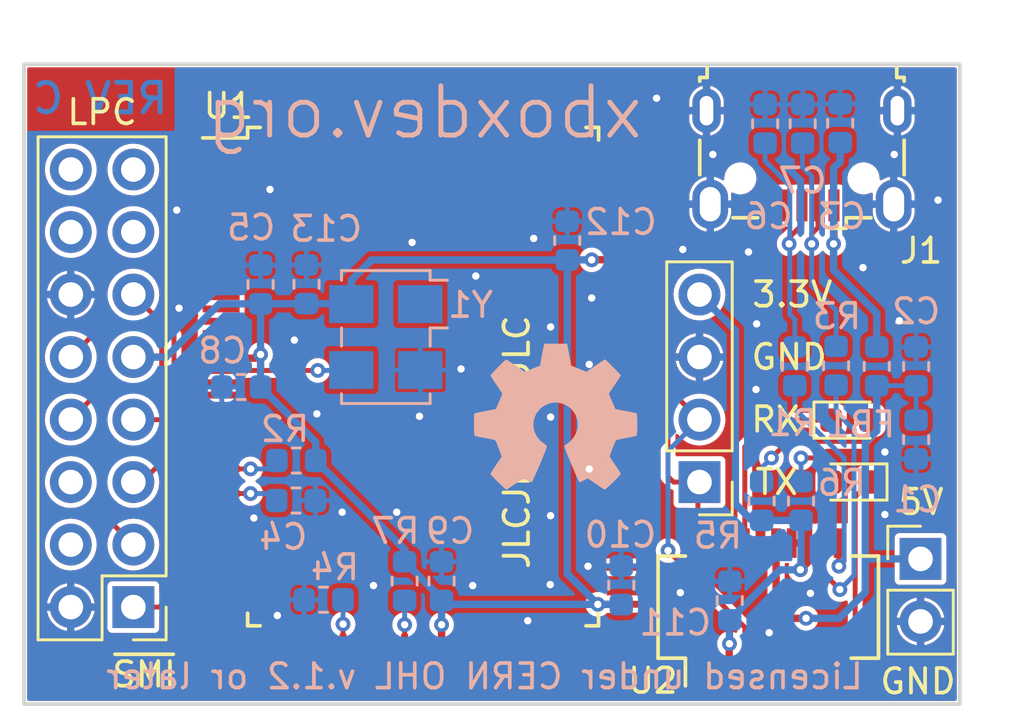
<source format=kicad_pcb>
(kicad_pcb (version 20211014) (generator pcbnew)
  (title_block (title "Original Xbox Serial USB Adapter") (date "2019-03-27") (rev "B") (company "XboxDev") (comment 2 "Copyright Mike Davis 2019") (comment 3 "Licensed under CERN OHL v.1.2 or later") (comment 4 "https://github.com/xboxdev/serial-usb-adapter"))
  (layers (0 "F.Cu" signal) (31 "B.Cu" signal) (34 "B.Paste" user) (35 "F.Paste" user) (36 "B.SilkS" user "B.Silkscreen") (37 "F.SilkS" user "F.Silkscreen") (38 "B.Mask" user) (39 "F.Mask" user) (44 "Edge.Cuts" user))
  (net 0 "")
  (net 1 "VBUS")
  (net 2 "Net-(C3-Pad1)")
  (net 3 "VSS")
  (net 4 "Net-(C4-Pad1)")
  (net 5 "VCC")
  (net 6 "Net-(C6-Pad1)")
  (net 7 "Net-(C7-Pad1)")
  (net 8 "+3V3")
  (net 9 "Net-(D1-Pad1)")
  (net 10 "Net-(D1-Pad2)")
  (net 11 "Net-(D2-Pad2)")
  (net 12 "Net-(D2-Pad1)")
  (net 13 "Net-(J2-Pad1)")
  (net 14 "Net-(J2-Pad2)")
  (net 15 "Net-(JP1-Pad3)")
  (net 16 "Net-(JP1-Pad5)")
  (net 17 "Net-(JP1-Pad7)")
  (net 18 "Net-(JP1-Pad8)")
  (net 19 "Net-(JP1-Pad10)")
  (net 20 "Net-(JP1-Pad11)")
  (net 21 "Net-(R1-Pad1)")
  (net 22 "Net-(R2-Pad1)")
  (net 23 "Net-(R3-Pad2)")
  (net 24 "Net-(R4-Pad1)")
  (net 25 "Net-(U1-Pad19)")
  (net 28 "SMI")
  (footprint "Package_SO:SSOP-20_3.9x8.7mm_P0.635mm" (layer "F.Cu") (at 123.02744 129.51714 90)
    (fp_text reference "U2")
    (fp_text value "FT231XS")
  )
  (footprint "Connector_PinHeader_2.54mm:PinHeader_1x04_P2.54mm_Vertical" (layer "F.Cu") (at 120.23344 124.43714 180)
    (fp_text reference "J2" hide)
    (fp_text value "UART Header")
  )
  (footprint "LED_SMD:LED_0603_1608Metric" (layer "F.Cu") (at 126.3649 124.4346 180)
    (fp_text reference "D1" hide)
    (fp_text value "Green")
  )
  (footprint "Package_QFP:LQFP-128_14x20mm_P0.5mm" (layer "F.Cu") (at 109.011441 120.152141)
    (fp_text reference "U1")
    (fp_text value "LPC47M192")
  )
  (footprint "LED_SMD:LED_0603_1608Metric" (layer "F.Cu") (at 126.3651 121.92)
    (fp_text reference "D2" hide)
    (fp_text value "Blue")
  )
  (footprint "Connector_PinHeader_2.54mm:PinHeader_2x08_P2.54mm_Vertical" (layer "F.Cu") (at 97.24644 129.51714 180)
    (fp_text reference "JP1")
    (fp_text value "LPC")
  )
  (footprint "Connector_USB:USB_Micro-B_Wuerth_629105150521" (layer "F.Cu") (at 124.395 111.297 180)
    (fp_text reference "J1")
    (fp_text value "USB_B_Micro")
  )
  (footprint "SMD1,27-2,54" (layer "F.Cu") (at 94.7 132.2)
    (fp_text reference "~{SMI}")
    (fp_text value "")
  )
  (footprint "Connector_PinHeader_2.54mm:PinHeader_1x02_P2.54mm_Vertical" (layer "F.Cu") (at 129.2098 127.5588)
    (fp_text reference "J3" hide)
    (fp_text value "USB Power")
  )
  (footprint "Symbol:OSHW-Symbol_6.7x6mm_SilkScreen" (layer "B.Cu") (at 114.4016 121.793 180)
    (fp_text reference "OSHW Logo" hide)
    (fp_text value "OSHW-Symbol_6.7x6mm_SilkScreen" hide)
  )
  (footprint "Capacitor_SMD:C_0603_1608Metric" (layer "B.Cu") (at 101.6253 120.5738 180)
    (fp_text reference "C8")
    (fp_text value "10nF")
  )
  (footprint "Oscillator:Oscillator_SMD_TXC_7C-4Pin_5.0x3.2mm_HandSoldering" (layer "B.Cu") (at 107.49788 118.54434 -90)
    (fp_text reference "Y1")
    (fp_text value "SG5032CAN 14.318MHz")
  )
  (footprint "Capacitor_SMD:C_0603_1608Metric" (layer "B.Cu") (at 114.86388 114.62258 90)
    (fp_text reference "C12")
    (fp_text value "10nF")
  )
  (footprint "Resistor_SMD:R_0603_1608Metric" (layer "B.Cu") (at 122.75644 125.20714 90)
    (fp_text reference "R5")
    (fp_text value "470R")
  )
  (footprint "Resistor_SMD:R_0603_1608Metric" (layer "B.Cu") (at 125.7808 119.7103 -90)
    (fp_text reference "R3")
    (fp_text value "27R")
  )
  (footprint "Resistor_SMD:R_0603_1608Metric" (layer "B.Cu") (at 104.97312 129.21742 180)
    (fp_text reference "R4")
    (fp_text value "10k")
  )
  (footprint "Capacitor_SMD:C_0603_1608Metric" (layer "B.Cu") (at 129.032 119.73814 90)
    (fp_text reference "C2")
    (fp_text value "100nF")
  )
  (footprint "Capacitor_SMD:C_0603_1608Metric" (layer "B.Cu") (at 102.4128 116.4083 -90)
    (fp_text reference "C5")
    (fp_text value "10uF")
  )
  (footprint "Capacitor_SMD:C_0603_1608Metric" (layer "B.Cu") (at 109.761441 128.4605 90)
    (fp_text reference "C9")
    (fp_text value "10nF")
  )
  (footprint "Resistor_SMD:R_0603_1608Metric" (layer "B.Cu") (at 124.35644 125.20714 90)
    (fp_text reference "R6")
    (fp_text value "1.2k")
  )
  (footprint "Capacitor_SMD:C_0603_1608Metric" (layer "B.Cu") (at 121.4628 129.2479 90)
    (fp_text reference "C11")
    (fp_text value "100nF")
  )
  (footprint "Capacitor_SMD:C_0603_1608Metric" (layer "B.Cu") (at 103.85044 125.18644)
    (fp_text reference "C4")
    (fp_text value "47pF")
  )
  (footprint "Capacitor_SMD:C_0603_1608Metric" (layer "B.Cu") (at 129.032 122.7075 -90)
    (fp_text reference "C1")
    (fp_text value "4u7")
  )
  (footprint "Capacitor_SMD:C_0603_1608Metric" (layer "B.Cu") (at 122.90044 109.8805 90)
    (fp_text reference "C6")
    (fp_text value "47pF")
  )
  (footprint "Capacitor_SMD:C_0603_1608Metric" (layer "B.Cu") (at 104.27716 116.40058 -90)
    (fp_text reference "C13")
    (fp_text value "10nF")
  )
  (footprint "Inductor_SMD:L_0603_1608Metric" (layer "B.Cu") (at 127.4318 119.7357 -90)
    (fp_text reference "FB1")
    (fp_text value "33ohm")
  )
  (footprint "Resistor_SMD:R_0603_1608Metric" (layer "B.Cu") (at 103.86314 123.56084)
    (fp_text reference "R2")
    (fp_text value "10k")
  )
  (footprint "Capacitor_SMD:C_0603_1608Metric" (layer "B.Cu") (at 125.94844 109.855 90)
    (fp_text reference "C3")
    (fp_text value "10nF")
  )
  (footprint "Resistor_SMD:R_0603_1608Metric" (layer "B.Cu") (at 124.1044 119.7357 90)
    (fp_text reference "R1")
    (fp_text value "27R")
  )
  (footprint "Capacitor_SMD:C_0603_1608Metric" (layer "B.Cu") (at 124.42444 109.8805 90)
    (fp_text reference "C7")
    (fp_text value "47pF")
  )
  (footprint "Capacitor_SMD:C_0603_1608Metric" (layer "B.Cu") (at 117.05844 128.62814 90)
    (fp_text reference "C10")
    (fp_text value "10nF")
  )
  (footprint "Resistor_SMD:R_0603_1608Metric" (layer "B.Cu") (at 108.261441 128.4605 90)
    (fp_text reference "R7")
    (fp_text value "1k")
  )
  (gr_line (start 92.80644 133.45714) (end 92.80644 107.45714) (layer "Edge.Cuts") (width 0.15))
  (gr_line (start 130.80644 107.45714) (end 130.80644 133.45714) (layer "Edge.Cuts") (width 0.15))
  (gr_line (start 130.80644 133.45714) (end 92.80644 133.45714) (layer "Edge.Cuts") (width 0.15))
  (gr_line (start 92.80644 107.45714) (end 130.80644 107.45714) (layer "Edge.Cuts") (width 0.15))
  (gr_text "REV C" (at 95.90278 108.84662) (layer "B.Cu") (effects (font (size 1.2 1.2) (thickness 0.2)) (justify mirror)))
  (gr_text "Licensed under CERN OHL v.1.2 or later" (at 111.506 132.334) (layer "B.SilkS") (effects (font (size 1 1)) (justify mirror)))
  (gr_text "xboxdev.org" (at 109.0676 109.4232) (layer "B.SilkS") (effects (font (size 2 2) (thickness 0.2)) (justify mirror)))
  (gr_text "GND" (at 123.8758 119.35714) (layer "F.SilkS") (effects (font (size 1 1))))
  (gr_text "TX" (at 123.3678 124.43714) (layer "F.SilkS") (effects (font (size 1 1))))
  (gr_text "JLCJLCJLCJLC" (at 112.81664 122.81154 90) (layer "F.SilkS") (effects (font (size 1 1) (thickness 0.153))))
  (gr_text "RX" (at 123.317 121.89714) (layer "F.SilkS") (effects (font (size 1 1))))
  (gr_text "GND" (at 129.1082 132.5372) (layer "F.SilkS") (effects (font (size 1 1))))
  (gr_text "3.3V" (at 124.0028 116.81714) (layer "F.SilkS") (effects (font (size 1 1))))
  (gr_text "5V" (at 129.2352 125.2494) (layer "F.SilkS") (effects (font (size 1 1))))
  (segment (start 123.34494 129.44094) (end 123.34494 126.91714) (width 0.3) (layer "F.Cu") (net 1))
  (segment (start 124.5616 129.9718) (end 123.8758 129.9718) (width 0.3) (layer "F.Cu") (net 1))
  (segment (start 123.8758 129.9718) (end 123.34494 129.44094) (width 0.3) (layer "F.Cu") (net 1))
  (via (at 124.5616 129.9718) (size 0.6) (drill 0.3) (layers "F.Cu" "B.Cu") (net 1))
  (segment (start 129.02956 120.5232) (end 129.032 120.52564) (width 0.2) (layer "B.Cu") (net 1))
  (segment (start 126.96698 127.55118) (end 126.96698 122.81662) (width 0.3) (layer "B.Cu") (net 1))
  (segment (start 126.96698 128.91262) (end 126.96698 127.55118) (width 0.3) (layer "B.Cu") (net 1))
  (segment (start 127.4318 122.3518) (end 127.4318 120.5232) (width 0.3) (layer "B.Cu") (net 1))
  (segment (start 125.9078 129.9718) (end 126.96698 128.91262) (width 0.3) (layer "B.Cu") (net 1))
  (segment (start 129.032 121.92) (end 129.032 120.52564) (width 0.2) (layer "B.Cu") (net 1))
  (segment (start 126.9746 127.5588) (end 126.96698 127.55118) (width 0.2) (layer "B.Cu") (net 1))
  (segment (start 127.4318 120.5232) (end 129.02956 120.5232) (width 0.2) (layer "B.Cu") (net 1))
  (segment (start 129.2098 127.5588) (end 126.9746 127.5588) (width 0.3) (layer "B.Cu") (net 1))
  (segment (start 126.96698 122.81662) (end 127.4318 122.3518) (width 0.3) (layer "B.Cu") (net 1))
  (segment (start 124.5616 129.9718) (end 125.9078 129.9718) (width 0.3) (layer "B.Cu") (net 1))
  (segment (start 125.695 113.197) (end 125.695 114.7414) (width 0.3) (layer "F.Cu") (net 2))
  (segment (start 125.695 114.7414) (end 125.6792 114.7572) (width 0.3) (layer "F.Cu") (net 2))
  (via (at 125.6792 114.7572) (size 0.6) (drill 0.3) (layers "F.Cu" "B.Cu") (net 2))
  (segment (start 125.94844 110.6425) (end 125.94844 111.41456) (width 0.3) (layer "B.Cu") (net 2))
  (segment (start 127.4318 117.5766) (end 127.4318 118.9482) (width 0.3) (layer "B.Cu") (net 2))
  (segment (start 125.6792 111.6838) (end 125.6792 115.824) (width 0.3) (layer "B.Cu") (net 2))
  (segment (start 125.94844 111.41456) (end 125.6792 111.6838) (width 0.3) (layer "B.Cu") (net 2))
  (segment (start 125.6792 115.824) (end 127.4318 117.5766) (width 0.3) (layer "B.Cu") (net 2))
  (via (at 110.55096 119.83974) (size 0.6) (drill 0.3) (layers "F.Cu" "B.Cu") (net 3))
  (via (at 123.063 130.556) (size 0.6) (drill 0.3) (layers "F.Cu" "B.Cu") (net 3))
  (via (at 128.143 111.125) (size 0.6) (drill 0.3) (layers "F.Cu" "B.Cu") (net 3))
  (via (at 113.26114 130.07086) (size 0.6) (drill 0.3) (layers "F.Cu" "B.Cu") (net 3))
  (via (at 119.4562 128.9304) (size 0.6) (drill 0.3) (layers "F.Cu" "B.Cu") (net 3))
  (via (at 111.1504 116.0653) (size 0.6) (drill 0.3) (layers "F.Cu" "B.Cu") (net 3))
  (via (at 107.93984 125.66142) (size 0.6) (drill 0.3) (layers "F.Cu" "B.Cu") (net 3))
  (via (at 104.6988 121.666) (size 0.6) (drill 0.3) (layers "F.Cu" "B.Cu") (net 3))
  (via (at 102.14102 125.89764) (size 0.6) (drill 0.3) (layers "F.Cu" "B.Cu") (net 3))
  (via (at 115.75644 119.65714) (size 0.6) (drill 0.3) (layers "F.Cu" "B.Cu") (net 3))
  (via (at 108.8644 121.76506) (size 0.6) (drill 0.3) (layers "F.Cu" "B.Cu") (net 3))
  (via (at 111.02594 128.64338) (size 0.6) (drill 0.3) (layers "F.Cu" "B.Cu") (net 3))
  (via (at 108.56468 114.69878) (size 0.6) (drill 0.3) (layers "F.Cu" "B.Cu") (net 3))
  (via (at 99.0092 113.3856) (size 0.6) (drill 0.3) (layers "F.Cu" "B.Cu") (net 3))
  (via (at 128.3462 117.8814) (size 0.6) (drill 0.3) (layers "F.Cu" "B.Cu") (net 3))
  (via (at 102.7938 112.5474) (size 0.6) (drill 0.3) (layers "F.Cu" "B.Cu") (net 3))
  (via (at 118.491 108.839) (size 0.6) (drill 0.3) (layers "F.Cu" "B.Cu") (net 3))
  (via (at 113.50244 114.53622) (size 0.6) (drill 0.3) (layers "F.Cu" "B.Cu") (net 3))
  (via (at 103.09352 129.8575) (size 0.6) (drill 0.3) (layers "F.Cu" "B.Cu") (net 3))
  (via (at 122.555 118.0084) (size 0.6) (drill 0.3) (layers "F.Cu" "B.Cu") (net 3))
  (via (at 119.5578 114.9858) (size 0.6) (drill 0.3) (layers "F.Cu" "B.Cu") (net 3))
  (via (at 129.921 112.9792) (size 0.6) (drill 0.3) (layers "F.Cu" "B.Cu") (net 3))
  (via (at 103.7844 118.6688) (size 0.6) (drill 0.3) (layers "F.Cu" "B.Cu") (net 3))
  (via (at 99.10064 117.37086) (size 0.6) (drill 0.3) (layers "F.Cu" "B.Cu") (net 3))
  (via (at 114.18824 118.13286) (size 0.6) (drill 0.3) (layers "F.Cu" "B.Cu") (net 3))
  (via (at 114.18824 121.79554) (size 0.6) (drill 0.3) (layers "F.Cu" "B.Cu") (net 3))
  (via (at 114.18824 125.80366) (size 0.6) (drill 0.3) (layers "F.Cu" "B.Cu") (net 3))
  (via (at 114.173 128.60274) (size 0.6) (drill 0.3) (layers "F.Cu" "B.Cu") (net 3))
  (via (at 106.9975 128.64338) (size 0.6) (drill 0.3) (layers "F.Cu" "B.Cu") (net 3))
  (via (at 120.777 111.125) (size 0.6) (drill 0.3) (layers "F.Cu" "B.Cu") (net 3))
  (via (at 126.873 115.7224) (size 0.6) (drill 0.3) (layers "F.Cu" "B.Cu") (net 3))
  (via (at 122.2248 115.0874) (size 0.6) (drill 0.3) (layers "F.Cu" "B.Cu") (net 3))
  (via (at 105.72496 125.66142) (size 0.6) (drill 0.3) (layers "F.Cu" "B.Cu") (net 3))
  (via (at 115.85644 116.95714) (size 0.6) (drill 0.3) (layers "F.Cu" "B.Cu") (net 3))
  (via (at 115.75644 123.90714) (size 0.6) (drill 0.3) (layers "F.Cu" "B.Cu") (net 3))
  (via (at 115.70644 127.85714) (size 0.6) (drill 0.3) (layers "F.Cu" "B.Cu") (net 3))
  (via (at 127.762 123.2154) (size 0.6) (drill 0.3) (layers "F.Cu" "B.Cu") (net 3))
  (via (at 124.7394 128.9558) (size 0.6) (drill 0.3) (layers "F.Cu" "B.Cu") (net 3))
  (via (at 122.5296 120.6754) (size 0.6) (drill 0.3) (layers "F.Cu" "B.Cu") (net 3))
  (via (at 127.762 125.7554) (size 0.6) (drill 0.3) (layers "F.Cu" "B.Cu") (net 3))
  (segment (start 99.194439 124.902141) (end 98.88728 125.2093) (width 0.2) (layer "F.Cu") (net 4))
  (segment (start 100.811441 124.902141) (end 99.194439 124.902141) (width 0.2) (layer "F.Cu") (net 4))
  (segment (start 98.88728 128.9263) (end 98.29644 129.51714) (width 0.2) (layer "F.Cu") (net 4))
  (segment (start 98.29644 129.51714) (end 97.24644 129.51714) (width 0.2) (layer "F.Cu") (net 4))
  (segment (start 100.811441 124.902141) (end 102.006438 124.902141) (width 0.2) (layer "F.Cu") (net 4))
  (segment (start 98.88728 125.2093) (end 98.88728 128.9263) (width 0.2) (layer "F.Cu") (net 4))
  (via (at 102.006438 124.902141) (size 0.6) (drill 0.3) (layers "F.Cu" "B.Cu") (net 4))
  (segment (start 102.006438 124.902141) (end 102.778641 124.902141) (width 0.2) (layer "B.Cu") (net 4))
  (segment (start 102.778641 124.902141) (end 103.06294 125.18644) (width 0.2) (layer "B.Cu") (net 4))
  (segment (start 116.111439 129.402141) (end 116.10644 129.40714) (width 0.3) (layer "F.Cu") (net 5))
  (segment (start 117.211441 129.402141) (end 116.111439 129.402141) (width 0.3) (layer "F.Cu") (net 5))
  (segment (start 117.211441 115.402141) (end 115.861441 115.402141) (width 0.3) (layer "F.Cu") (net 5))
  (segment (start 115.861441 115.402141) (end 115.856442 115.40714) (width 0.3) (layer "F.Cu") (net 5))
  (segment (start 102.4128 119.253) (end 102.263659 119.402141) (width 0.3) (layer "F.Cu") (net 5))
  (segment (start 109.761441 130.232891) (end 109.761441 131.352141) (width 0.3) (layer "F.Cu") (net 5))
  (segment (start 102.263659 119.402141) (end 100.811441 119.402141) (width 0.3) (layer "F.Cu") (net 5))
  (via (at 102.4128 119.253) (size 0.6) (drill 0.3) (layers "F.Cu" "B.Cu") (net 5))
  (via (at 116.10644 129.40714) (size 0.6) (drill 0.3) (layers "F.Cu" "B.Cu") (net 5))
  (via (at 109.761441 130.232891) (size 0.6) (drill 0.3) (layers "F.Cu" "B.Cu") (net 5))
  (via (at 115.856442 115.40714) (size 0.6) (drill 0.3) (layers "F.Cu" "B.Cu") (net 5))
  (segment (start 104.27716 117.18808) (end 106.08162 117.18808) (width 0.3) (layer "B.Cu") (net 5))
  (segment (start 106.08162 117.18808) (end 106.09788 117.20434) (width 0.3) (layer "B.Cu") (net 5))
  (segment (start 106.09788 117.20434) (end 106.09788 116.23434) (width 0.3) (layer "B.Cu") (net 5))
  (segment (start 115.868942 115.39464) (end 115.856442 115.40714) (width 0.3) (layer "B.Cu") (net 5))
  (segment (start 106.09788 116.23434) (end 106.92214 115.41008) (width 0.3) (layer "B.Cu") (net 5))
  (segment (start 106.92214 115.41008) (end 114.28888 115.41008) (width 0.3) (layer "B.Cu") (net 5))
  (segment (start 114.28888 115.41008) (end 114.86388 115.41008) (width 0.3) (layer "B.Cu") (net 5))
  (segment (start 115.856442 115.40714) (end 114.86682 115.40714) (width 0.3) (layer "B.Cu") (net 5))
  (segment (start 114.86682 115.40714) (end 114.86388 115.41008) (width 0.3) (layer "B.Cu") (net 5))
  (segment (start 114.86388 115.41008) (end 114.86388 128.16458) (width 0.3) (layer "B.Cu") (net 5))
  (segment (start 114.86388 128.16458) (end 116.10644 129.40714) (width 0.3) (layer "B.Cu") (net 5))
  (segment (start 109.761441 129.248) (end 109.761441 130.232891) (width 0.3) (layer "B.Cu") (net 5))
  (segment (start 98.57486 119.35714) (end 100.7364 117.1956) (width 0.3) (layer "B.Cu") (net 5))
  (segment (start 104.26964 117.1956) (end 104.27716 117.18808) (width 0.2) (layer "B.Cu") (net 5))
  (segment (start 117.04994 129.40714) (end 117.05844 129.41564) (width 0.3) (layer "B.Cu") (net 5))
  (segment (start 109.761441 129.173) (end 108.261441 127.673) (width 0.3) (layer "B.Cu") (net 5))
  (segment (start 116.10644 129.40714) (end 109.920581 129.40714) (width 0.3) (layer "B.Cu") (net 5))
  (segment (start 104.65064 123.56084) (end 108.261441 127.171641) (width 0.3) (layer "B.Cu") (net 5))
  (segment (start 102.363669 119.302131) (end 102.4128 119.253) (width 0.3) (layer "B.Cu") (net 5))
  (segment (start 108.261441 127.171641) (end 108.261441 127.673) (width 0.3) (layer "B.Cu") (net 5))
  (segment (start 109.761441 129.248) (end 109.761441 129.173) (width 0.3) (layer "B.Cu") (net 5))
  (segment (start 102.4128 120.5738) (end 104.65064 122.81164) (width 0.3) (layer "B.Cu") (net 5))
  (segment (start 116.10644 129.40714) (end 117.04994 129.40714) (width 0.3) (layer "B.Cu") (net 5))
  (segment (start 104.65064 122.81164) (end 104.65064 123.56084) (width 0.3) (layer "B.Cu") (net 5))
  (segment (start 100.7364 117.1956) (end 104.26964 117.1956) (width 0.3) (layer "B.Cu") (net 5))
  (segment (start 102.4128 117.1958) (end 102.4128 120.5738) (width 0.3) (layer "B.Cu") (net 5))
  (segment (start 97.24644 119.35714) (end 98.57486 119.35714) (width 0.3) (layer "B.Cu") (net 5))
  (segment (start 109.920581 129.40714) (end 109.761441 129.248) (width 0.3) (layer "B.Cu") (net 5))
  (segment (start 123.8758 114.5032) (end 124.395 113.984) (width 0.2) (layer "F.Cu") (net 6))
  (segment (start 124.395 113.984) (end 124.395 113.197) (width 0.2) (layer "F.Cu") (net 6))
  (segment (start 123.8758 114.7572) (end 123.8758 114.5032) (width 0.2) (layer "F.Cu") (net 6))
  (via (at 123.8758 114.7572) (size 0.6) (drill 0.3) (layers "F.Cu" "B.Cu") (net 6))
  (segment (start 124.1044 117.8306) (end 124.1044 118.9482) (width 0.2) (layer "B.Cu") (net 6))
  (segment (start 122.90044 111.39424) (end 123.9012 112.395) (width 0.2) (layer "B.Cu") (net 6))
  (segment (start 123.9012 117.6274) (end 124.1044 117.8306) (width 0.2) (layer "B.Cu") (net 6))
  (segment (start 123.9012 112.395) (end 123.9012 117.6274) (width 0.2) (layer "B.Cu") (net 6))
  (segment (start 122.90044 110.668) (end 122.90044 111.39424) (width 0.2) (layer "B.Cu") (net 6))
  (segment (start 124.7902 114.3508) (end 125.045 114.096) (width 0.2) (layer "F.Cu") (net 7))
  (segment (start 125.045 114.096) (end 125.045 113.197) (width 0.2) (layer "F.Cu") (net 7))
  (segment (start 124.7902 114.7572) (end 124.7902 114.3508) (width 0.2) (layer "F.Cu") (net 7))
  (via (at 124.7902 114.7572) (size 0.6) (drill 0.3) (layers "F.Cu" "B.Cu") (net 7))
  (segment (start 124.7902 112.014) (end 124.7902 116.459) (width 0.2) (layer "B.Cu") (net 7))
  (segment (start 124.7902 116.459) (end 125.7808 117.4496) (width 0.2) (layer "B.Cu") (net 7))
  (segment (start 124.42444 110.668) (end 124.4092 110.68324) (width 0.2) (layer "B.Cu") (net 7))
  (segment (start 124.4092 110.68324) (end 124.4092 111.633) (width 0.2) (layer "B.Cu") (net 7))
  (segment (start 125.7808 117.4496) (end 125.7808 118.9228) (width 0.2) (layer "B.Cu") (net 7))
  (segment (start 124.4092 111.633) (end 124.7902 112.014) (width 0.2) (layer "B.Cu") (net 7))
  (segment (start 121.43994 132.11714) (end 121.43994 131.01828) (width 0.3) (layer "F.Cu") (net 8))
  (segment (start 121.43994 131.01828) (end 121.45264 131.00558) (width 0.3) (layer "F.Cu") (net 8))
  (segment (start 124.61494 127.71714) (end 124.333938 127.998142) (width 0.3) (layer "F.Cu") (net 8))
  (segment (start 124.333938 127.998142) (end 124.331785 127.998142) (width 0.3) (layer "F.Cu") (net 8))
  (segment (start 124.61494 126.91714) (end 124.61494 127.71714) (width 0.3) (layer "F.Cu") (net 8))
  (segment (start 121.45644 132.10064) (end 121.43994 132.11714) (width 0.3) (layer "F.Cu") (net 8))
  (segment (start 123.97994 126.91714) (end 124.61494 126.91714) (width 0.3) (layer "F.Cu") (net 8))
  (via (at 124.331785 127.998142) (size 0.6) (drill 0.3) (layers "F.Cu" "B.Cu") (net 8))
  (via (at 121.45264 131.00558) (size 0.6) (drill 0.3) (layers "F.Cu" "B.Cu") (net 8))
  (segment (start 124.35644 127.973487) (end 124.331785 127.998142) (width 0.3) (layer "B.Cu") (net 8))
  (segment (start 124.331785 128.031795) (end 124.331785 127.998142) (width 0.3) (layer "B.Cu") (net 8))
  (segment (start 124.35644 125.99464) (end 124.35644 127.973487) (width 0.3) (layer "B.Cu") (net 8))
  (segment (start 124.35644 125.99464) (end 122.75644 125.99464) (width 0.3) (layer "B.Cu") (net 8))
  (segment (start 123.4949 128.0033) (end 124.326627 128.0033) (width 0.3) (layer "B.Cu") (net 8))
  (segment (start 124.326627 128.0033) (end 124.331785 127.998142) (width 0.3) (layer "B.Cu") (net 8))
  (segment (start 121.4628 130.0354) (end 123.4949 128.0033) (width 0.3) (layer "B.Cu") (net 8))
  (segment (start 121.45264 131.00558) (end 121.45264 130.04556) (width 0.3) (layer "B.Cu") (net 8))
  (segment (start 121.45264 130.04556) (end 121.4628 130.0354) (width 0.3) (layer "B.Cu") (net 8))
  (segment (start 122.36244 125.99464) (end 121.6914 125.3236) (width 0.3) (layer "B.Cu") (net 8))
  (segment (start 121.6914 125.3236) (end 121.6914 118.2751) (width 0.3) (layer "B.Cu") (net 8))
  (segment (start 122.75644 125.99464) (end 122.36244 125.99464) (width 0.2) (layer "B.Cu") (net 8))
  (segment (start 121.6914 118.2751) (end 120.23344 116.81714) (width 0.3) (layer "B.Cu") (net 8))
  (segment (start 126.55644 125.03056) (end 127.1524 124.4346) (width 0.2) (layer "F.Cu") (net 9))
  (segment (start 125.88494 131.31714) (end 126.55644 130.64564) (width 0.2) (layer "F.Cu") (net 9))
  (segment (start 125.88494 132.11714) (end 125.88494 131.31714) (width 0.2) (layer "F.Cu") (net 9))
  (segment (start 126.55644 130.64564) (end 126.55644 125.03056) (width 0.2) (layer "F.Cu") (net 9))
  (segment (start 125.184346 123.457146) (end 125.5774 123.8502) (width 0.2) (layer "F.Cu") (net 10))
  (segment (start 125.5774 123.8502) (end 125.5774 124.4346) (width 0.2) (layer "F.Cu") (net 10))
  (segment (start 124.35644 123.457146) (end 125.184346 123.457146) (width 0.2) (layer "F.Cu") (net 10))
  (via (at 124.35644 123.457146) (size 0.6) (drill 0.3) (layers "F.Cu" "B.Cu") (net 10))
  (segment (start 124.35644 124.41964) (end 124.35644 123.457146) (width 0.2) (layer "B.Cu") (net 10))
  (segment (start 123.19394 123.45714) (end 123.15644 123.45714) (width 0.2) (layer "F.Cu") (net 11))
  (segment (start 123.15644 123.45216) (end 123.825 122.7836) (width 0.2) (layer "F.Cu") (net 11))
  (segment (start 126.7968 122.7836) (end 127.1526 122.4278) (width 0.2) (layer "F.Cu") (net 11))
  (segment (start 123.825 122.7836) (end 126.7968 122.7836) (width 0.2) (layer "F.Cu") (net 11))
  (segment (start 123.15644 123.45714) (end 123.15644 123.45216) (width 0.2) (layer "F.Cu") (net 11))
  (segment (start 127.1526 122.4278) (end 127.1526 121.92) (width 0.2) (layer "F.Cu") (net 11))
  (via (at 123.15644 123.45714) (size 0.6) (drill 0.3) (layers "F.Cu" "B.Cu") (net 11))
  (segment (start 122.75644 123.85714) (end 122.856441 123.757139) (width 0.2) (layer "B.Cu") (net 11))
  (segment (start 122.856441 123.757139) (end 123.15644 123.45714) (width 0.2) (layer "B.Cu") (net 11))
  (segment (start 122.75644 124.41964) (end 122.75644 123.85714) (width 0.2) (layer "B.Cu") (net 11))
  (segment (start 123.15608 121.92) (end 125.5776 121.92) (width 0.2) (layer "F.Cu") (net 12))
  (segment (start 122.07494 123.00114) (end 123.15608 121.92) (width 0.2) (layer "F.Cu") (net 12))
  (segment (start 122.07494 126.91714) (end 122.07494 123.00114) (width 0.2) (layer "F.Cu") (net 12))
  (segment (start 118.161441 119.902141) (end 118.95644 120.69714) (width 0.2) (layer "F.Cu") (net 13))
  (segment (start 117.211441 119.902141) (end 118.161441 119.902141) (width 0.2) (layer "F.Cu") (net 13))
  (segment (start 118.95644 120.69714) (end 118.95644 124.21014) (width 0.2) (layer "F.Cu") (net 13))
  (segment (start 118.95644 124.21014) (end 119.18344 124.43714) (width 0.2) (layer "F.Cu") (net 13))
  (segment (start 119.18344 124.43714) (end 120.23344 124.43714) (width 0.2) (layer "F.Cu") (net 13))
  (segment (start 120.16994 126.91714) (end 120.16994 124.50064) (width 0.2) (layer "F.Cu") (net 13))
  (segment (start 120.16994 124.50064) (end 120.23344 124.43714) (width 0.2) (layer "F.Cu") (net 13))
  (segment (start 122.07494 132.11714) (end 122.07494 130.33756) (width 0.2) (layer "F.Cu") (net 14))
  (segment (start 119.258359 127.520979) (end 118.95836 127.22098) (width 0.2) (layer "F.Cu") (net 14))
  (segment (start 122.07494 130.33756) (end 119.258359 127.520979) (width 0.2) (layer "F.Cu") (net 14))
  (segment (start 119.383441 120.558442) (end 119.383441 121.047141) (width 0.2) (layer "F.Cu") (net 14))
  (segment (start 119.383441 121.047141) (end 120.23344 121.89714) (width 0.2) (layer "F.Cu") (net 14))
  (segment (start 118.22714 119.402141) (end 119.383441 120.558442) (width 0.2) (layer "F.Cu") (net 14))
  (segment (start 117.211441 119.402141) (end 118.22714 119.402141) (width 0.2) (layer "F.Cu") (net 14))
  (via (at 118.95836 127.22098) (size 0.6) (drill 0.3) (layers "F.Cu" "B.Cu") (net 14))
  (segment (start 120.23344 121.89714) (end 118.95836 123.17222) (width 0.2) (layer "B.Cu") (net 14))
  (segment (start 118.95836 126.796716) (end 118.95836 127.22098) (width 0.2) (layer "B.Cu") (net 14))
  (segment (start 118.95836 123.17222) (end 118.95836 126.796716) (width 0.2) (layer "B.Cu") (net 14))
  (segment (start 97.942881 123.175) (end 96.6 123.175) (width 0.2) (layer "F.Cu") (net 15))
  (segment (start 100.811441 122.402141) (end 98.71574 122.402141) (width 0.2) (layer "F.Cu") (net 15))
  (segment (start 95.975 125.7057) (end 97.24644 126.97714) (width 0.2) (layer "F.Cu") (net 15))
  (segment (start 96.6 123.175) (end 95.975 123.8) (width 0.2) (layer "F.Cu") (net 15))
  (segment (start 98.71574 122.402141) (end 97.942881 123.175) (width 0.2) (layer "F.Cu") (net 15))
  (segment (start 95.975 123.8) (end 95.975 125.7057) (width 0.2) (layer "F.Cu") (net 15))
  (segment (start 98.619259 123.402141) (end 97.58426 124.43714) (width 0.2) (layer "F.Cu") (net 16))
  (segment (start 100.811441 123.402141) (end 98.619259 123.402141) (width 0.2) (layer "F.Cu") (net 16))
  (segment (start 97.58426 124.43714) (end 97.24644 124.43714) (width 0.2) (layer "F.Cu") (net 16))
  (segment (start 100.811441 121.902141) (end 97.251441 121.902141) (width 0.2) (layer "F.Cu") (net 17))
  (segment (start 97.251441 121.902141) (end 97.24644 121.89714) (width 0.2) (layer "F.Cu") (net 17))
  (segment (start 95.97644 120.62714) (end 97.75444 120.62714) (width 0.2) (layer "F.Cu") (net 18))
  (segment (start 94.70644 121.89714) (end 95.97644 120.62714) (width 0.2) (layer "F.Cu") (net 18))
  (segment (start 97.75444 120.62714) (end 98.529441 121.402141) (width 0.2) (layer "F.Cu") (net 18))
  (segment (start 98.529441 121.402141) (end 100.811441 121.402141) (width 0.2) (layer "F.Cu") (net 18))
  (segment (start 98.38944 119.916142) (end 98.38944 120.50014) (width 0.2) (layer "F.Cu") (net 19))
  (segment (start 98.396441 119.909141) (end 98.38944 119.916142) (width 0.2) (layer "F.Cu") (net 19))
  (segment (start 94.70644 119.35714) (end 95.97644 118.08714) (width 0.2) (layer "F.Cu") (net 19))
  (segment (start 98.396441 118.602141) (end 98.396441 119.909141) (width 0.2) (layer "F.Cu") (net 19))
  (segment (start 97.88144 118.08714) (end 98.396441 118.602141) (width 0.2) (layer "F.Cu") (net 19))
  (segment (start 95.97644 118.08714) (end 97.88144 118.08714) (width 0.2) (layer "F.Cu") (net 19))
  (segment (start 98.38944 120.50014) (end 98.791441 120.902141) (width 0.2) (layer "F.Cu") (net 19))
  (segment (start 98.791441 120.902141) (end 100.811441 120.902141) (width 0.2) (layer "F.Cu") (net 19))
  (segment (start 98.89744 118.46814) (end 98.89744 120.24614) (width 0.2) (layer "F.Cu") (net 20))
  (segment (start 97.24644 116.81714) (end 98.89744 118.46814) (width 0.2) (layer "F.Cu") (net 20))
  (segment (start 98.89744 120.24614) (end 99.053441 120.402141) (width 0.2) (layer "F.Cu") (net 20))
  (segment (start 99.053441 120.402141) (end 100.811441 120.402141) (width 0.2) (layer "F.Cu") (net 20))
  (segment (start 125.88494 127.843957) (end 125.893965 127.852982) (width 0.2) (layer "F.Cu") (net 21))
  (segment (start 125.88494 126.91714) (end 125.88494 127.843957) (width 0.2) (layer "F.Cu") (net 21))
  (via (at 125.893965 127.852982) (size 0.6) (drill 0.3) (layers "F.Cu" "B.Cu") (net 21))
  (segment (start 124.1044 121.4628) (end 124.1044 120.5232) (width 0.2) (layer "B.Cu") (net 21))
  (segment (start 126.10846 123.46686) (end 124.1044 121.4628) (width 0.2) (layer "B.Cu") (net 21))
  (segment (start 126.10846 127.638487) (end 126.10846 123.46686) (width 0.2) (layer "B.Cu") (net 21))
  (segment (start 125.893965 127.852982) (end 126.10846 127.638487) (width 0.2) (layer "B.Cu") (net 21))
  (segment (start 100.811441 123.902141) (end 102.006442 123.902141) (width 0.2) (layer "F.Cu") (net 22))
  (via (at 102.006442 123.902141) (size 0.6) (drill 0.3) (layers "F.Cu" "B.Cu") (net 22))
  (segment (start 102.006442 123.902141) (end 102.734339 123.902141) (width 0.2) (layer "B.Cu") (net 22))
  (segment (start 102.734339 123.902141) (end 103.07564 123.56084) (width 0.2) (layer "B.Cu") (net 22))
  (segment (start 101.953943 123.95464) (end 102.006442 123.902141) (width 0.2) (layer "B.Cu") (net 22))
  (segment (start 125.9332 128.8034) (end 125.24994 128.12014) (width 0.2) (layer "F.Cu") (net 23))
  (segment (start 125.24994 128.12014) (end 125.24994 126.91714) (width 0.2) (layer "F.Cu") (net 23))
  (via (at 125.9332 128.8034) (size 0.6) (drill 0.3) (layers "F.Cu" "B.Cu") (net 23))
  (segment (start 126.508471 128.228129) (end 126.508471 122.317471) (width 0.2) (layer "B.Cu") (net 23))
  (segment (start 125.9332 128.8034) (end 126.508471 128.228129) (width 0.2) (layer "B.Cu") (net 23))
  (segment (start 126.508471 122.317471) (end 125.7808 121.5898) (width 0.2) (layer "B.Cu") (net 23))
  (segment (start 125.7808 121.5898) (end 125.7808 120.4978) (width 0.2) (layer "B.Cu") (net 23))
  (segment (start 105.761441 131.352141) (end 105.761441 130.207138) (width 0.2) (layer "F.Cu") (net 24))
  (via (at 105.761441 130.207138) (size 0.6) (drill 0.3) (layers "F.Cu" "B.Cu") (net 24))
  (segment (start 105.761441 130.207138) (end 105.761441 129.218241) (width 0.2) (layer "B.Cu") (net 24))
  (segment (start 105.761441 129.218241) (end 105.76062 129.21742) (width 0.2) (layer "B.Cu") (net 24))
  (segment (start 105.78094 130.226637) (end 105.761441 130.207138) (width 0.2) (layer "B.Cu") (net 24))
  (segment (start 104.732921 119.902141) (end 104.73436 119.900702) (width 0.2) (layer "F.Cu") (net 25))
  (segment (start 100.811441 119.902141) (end 104.732921 119.902141) (width 0.2) (layer "F.Cu") (net 25))
  (via (at 104.73436 119.900702) (size 0.6) (drill 0.3) (layers "F.Cu" "B.Cu") (net 25))
  (segment (start 104.73436 119.900702) (end 106.081518 119.900702) (width 0.2) (layer "B.Cu") (net 25))
  (segment (start 106.081518 119.900702) (end 106.09788 119.88434) (width 0.2) (layer "B.Cu") (net 25))
  (segment (start 108.261441 130.232891) (end 108.261441 132.213059) (width 0.2) (layer "F.Cu") (net 28))
  (segment (start 95.1515 132.6515) (end 94.7 132.2) (width 0.2) (layer "F.Cu") (net 28))
  (segment (start 108.261441 132.213059) (end 107.823 132.6515) (width 0.2) (layer "F.Cu") (net 28))
  (segment (start 107.823 132.6515) (end 95.1515 132.6515) (width 0.2) (layer "F.Cu") (net 28))
  (via (at 108.261441 130.232891) (size 0.6) (drill 0.3) (layers "F.Cu" "B.Cu") (net 28))
  (segment (start 108.261441 129.248) (end 108.261441 130.232891) (width 0.2) (layer "B.Cu") (net 28))
  (zone (net 3) (net_name "VSS") (layer "F.Cu") (connect_pads (clearance 0.127)) (min_thickness 0.127) (fill yes (thermal_gap 0.127) (thermal_bridge_width 0.2))
    (polygon (pts (xy 91.83144 134.060695) (xy 91.98144 106.785695) (xy 131.40644 106.673195) (xy 131.40644 134.098195)))
  )
  (zone (net 3) (net_name "VSS") (layer "B.Cu") (connect_pads (clearance 0.127)) (min_thickness 0.127) (fill yes (thermal_gap 0.127) (thermal_bridge_width 0.2))
    (polygon (pts (xy 92.00644 106.449186) (xy 131.65644 106.449186) (xy 131.65644 134.449186) (xy 91.85644 134.449186) (xy 91.85644 106.499186)))
  )
)
</source>
